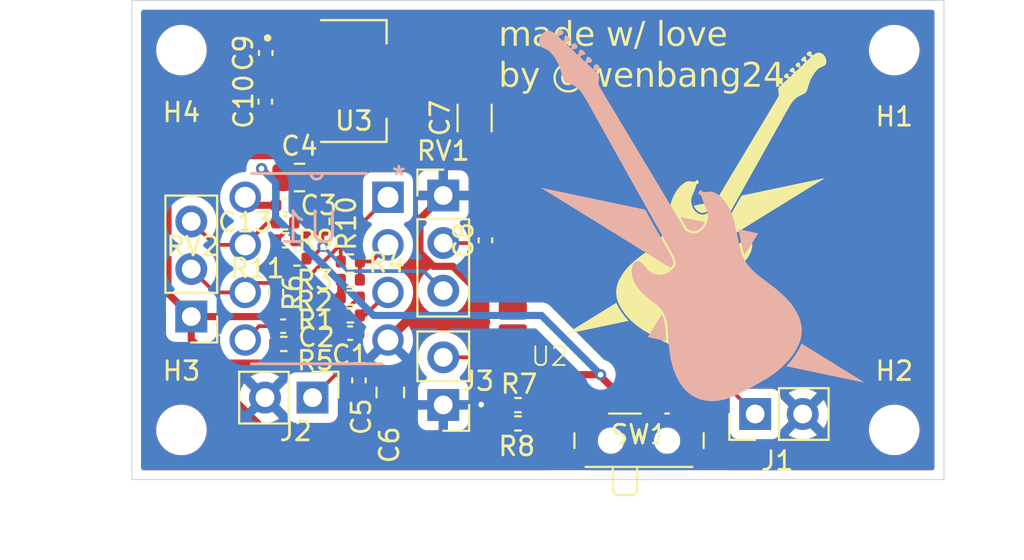
<source format=kicad_pcb>
(kicad_pcb (version 20241229) (generator "pcbnew") (generator_version "9.0")
  (layers (0 "F.Cu" signal) (2 "B.Cu" signal) (13 "F.Paste" user) (15 "B.Paste" user) (5 "F.SilkS" user "F.Silkscreen") (7 "B.SilkS" user "B.Silkscreen") (1 "F.Mask" user) (3 "B.Mask" user) (25 "Edge.Cuts" user))
  (net 0 "")
  (net 1 "GND")
  (net 2 "Net-(C1-Pad2)")
  (net 3 "Net-(J2-Pin_1)")
  (net 4 "Net-(C2-Pad1)")
  (net 5 "+9V")
  (net 6 "GNDPWR")
  (net 7 "+5V")
  (net 8 "Net-(U2-AUDIO_L)")
  (net 9 "Net-(U1B-+)")
  (net 10 "Net-(C13-Pad1)")
  (net 11 "Net-(J1-Pin_1)")
  (net 12 "Net-(U1A-+)")
  (net 13 "Net-(U1A--)")
  (net 15 "Net-(C13-Pad2)")
  (net 16 "Net-(U1B--)")
  (net 17 "Net-(R10-Pad1)")
  (net 19 "Net-(J3-Pin_2)")
  (footprint "Capacitor_SMD:C_0805_2012Metric" (layer "F.Cu") (at 96.275 73.125 90)
    (property "Reference" "C6" (at -2.8 -0.05 90) (layer "F.SilkS"))
    (property "Value" "47u")
    (pad "1" smd roundrect (at -0.95 0 90) (size 1 1.45) (layers "F.Cu" "F.Mask" "F.Paste") (net 1 "GND"))
    (pad "2" smd roundrect (at 0.95 0 90) (size 1 1.45) (layers "F.Cu" "F.Mask" "F.Paste") (net 6 "GNDPWR"))
  )
  (footprint "Resistor_SMD:R_0402_1005Metric" (layer "F.Cu") (at 94.14 67.11 180)
    (property "Reference" "R3" (at 1.89 -0.025 0) (layer "F.SilkS"))
    (property "Value" "4k7")
    (pad "1" smd roundrect (at -0.51 0 180) (size 0.54 0.64) (layers "F.Cu" "F.Mask" "F.Paste") (net 13 "Net-(U1A--)"))
    (pad "2" smd roundrect (at 0.51 0 180) (size 0.54 0.64) (layers "F.Cu" "F.Mask" "F.Paste") (net 1 "GND"))
  )
  (footprint "Resistor_SMD:R_0402_1005Metric" (layer "F.Cu") (at 90.59 70.535)
    (property "Reference" "R5" (at 1.685 0.89 0) (layer "F.SilkS"))
    (property "Value" "220k")
    (pad "1" smd roundrect (at -0.51 0) (size 0.54 0.64) (layers "F.Cu" "F.Mask" "F.Paste") (net 9 "Net-(U1B-+)"))
    (pad "2" smd roundrect (at 0.51 0) (size 0.54 0.64) (layers "F.Cu" "F.Mask" "F.Paste") (net 1 "GND"))
  )
  (footprint "Capacitor_SMD:C_0402_1005Metric" (layer "F.Cu") (at 89.625 55.005 -90)
    (property "Reference" "C9" (at 0 1.2 90) (layer "F.SilkS"))
    (property "Value" "0.22u")
    (pad "1" smd roundrect (at -0.48 0 270) (size 0.56 0.62) (layers "F.Cu" "F.Mask" "F.Paste") (net 5 "+9V"))
    (pad "2" smd roundrect (at 0.48 0 270) (size 0.56 0.62) (layers "F.Cu" "F.Mask" "F.Paste") (net 6 "GNDPWR"))
  )
  (footprint "Capacitor_SMD:C_0805_2012Metric" (layer "F.Cu") (at 91.425 61.65)
    (property "Reference" "C4" (at 0 -1.68 0) (layer "F.SilkS"))
    (property "Value" "47u")
    (pad "1" smd roundrect (at -0.95 0) (size 1 1.45) (layers "F.Cu" "F.Mask" "F.Paste") (net 5 "+9V"))
    (pad "2" smd roundrect (at 0.95 0) (size 1 1.45) (layers "F.Cu" "F.Mask" "F.Paste") (net 1 "GND"))
  )
  (footprint "Connector_PinHeader_2.54mm:PinHeader_1x03_P2.54mm_Vertical" (layer "F.Cu") (at 99.1 62.61)
    (property "Reference" "RV1" (at 0 -2.38 0) (layer "F.SilkS"))
    (property "Value" "100k")
    (pad "1" thru_hole rect (at 0 0) (size 1.7 1.7) (drill 1) (layers "*.Cu" "*.Mask") (net 6 "GNDPWR"))
    (pad "2" thru_hole circle (at 0 2.54) (size 1.7 1.7) (drill 1) (layers "*.Cu" "*.Mask") (net 8 "Net-(U2-AUDIO_L)"))
    (pad "3" thru_hole circle (at 0 5.08) (size 1.7 1.7) (drill 1) (layers "*.Cu" "*.Mask") (net 17 "Net-(R10-Pad1)"))
  )
  (footprint "Connector_PinHeader_2.54mm:PinHeader_1x02_P2.54mm_Vertical" (layer "F.Cu") (at 99.1 73.79 180)
    (property "Reference" "J3" (at -1.85 1.275 0) (layer "F.SilkS"))
    (property "Value" "Conn_01x02")
    (pad "1" thru_hole rect (at 0 0 180) (size 1.7 1.7) (drill 1) (layers "*.Cu" "*.Mask") (net 6 "GNDPWR"))
    (pad "2" thru_hole circle (at 0 2.54 180) (size 1.7 1.7) (drill 1) (layers "*.Cu" "*.Mask") (net 19 "Net-(J3-Pin_2)"))
  )
  (footprint "Capacitor_SMD:C_1206_3216Metric" (layer "F.Cu") (at 100.775 58.475 90)
    (property "Reference" "C7" (at 0 -1.85 90) (layer "F.SilkS"))
    (property "Value" "100u")
    (pad "1" smd roundrect (at -1.475 0 90) (size 1.15 1.8) (layers "F.Cu" "F.Mask" "F.Paste") (roundrect_rratio 0.217391) (net 6 "GNDPWR"))
    (pad "2" smd roundrect (at 1.475 0 90) (size 1.15 1.8) (layers "F.Cu" "F.Mask" "F.Paste") (roundrect_rratio 0.217391) (net 7 "+5V"))
  )
  (footprint "Resistor_SMD:R_0402_1005Metric" (layer "F.Cu") (at 103.09 73.8 180)
    (property "Reference" "R7" (at -0.06 1.125 0) (layer "F.SilkS"))
    (property "Value" "100k")
    (pad "1" smd roundrect (at -0.51 0 180) (size 0.54 0.64) (layers "F.Cu" "F.Mask" "F.Paste") (net 5 "+9V"))
    (pad "2" smd roundrect (at 0.51 0 180) (size 0.54 0.64) (layers "F.Cu" "F.Mask" "F.Paste") (net 1 "GND"))
  )
  (footprint "Capacitor_SMD:C_0402_1005Metric" (layer "F.Cu") (at 101.35 65.005 90)
    (property "Reference" "C8" (at 0 -1.16 90) (layer "F.SilkS"))
    (property "Value" "4u7")
    (pad "1" smd roundrect (at -0.48 0 90) (size 0.56 0.62) (layers "F.Cu" "F.Mask" "F.Paste") (net 8 "Net-(U2-AUDIO_L)"))
    (pad "2" smd roundrect (at 0.48 0 90) (size 0.56 0.62) (layers "F.Cu" "F.Mask" "F.Paste") (net 6 "GNDPWR"))
  )
  (footprint "Resistor_SMD:R_0402_1005Metric" (layer "F.Cu") (at 103.09 74.775)
    (property "Reference" "R8" (at -0.065 1.225 0) (layer "F.SilkS"))
    (property "Value" "100k")
    (pad "1" smd roundrect (at -0.51 0) (size 0.54 0.64) (layers "F.Cu" "F.Mask" "F.Paste") (net 1 "GND"))
    (pad "2" smd roundrect (at 0.51 0) (size 0.54 0.64) (layers "F.Cu" "F.Mask" "F.Paste") (net 6 "GNDPWR"))
  )
  (footprint "Resistor_SMD:R_0402_1005Metric" (layer "F.Cu") (at 92.65 63.99 90)
    (property "Reference" "R10" (at -0.11 1.275 270) (layer "F.SilkS"))
    (property "Value" "4k7")
    (pad "1" smd roundrect (at -0.51 0 90) (size 0.54 0.64) (layers "F.Cu" "F.Mask" "F.Paste") (net 17 "Net-(R10-Pad1)"))
    (pad "2" smd roundrect (at 0.51 0 90) (size 0.54 0.64) (layers "F.Cu" "F.Mask" "F.Paste") (net 6 "GNDPWR"))
  )
  (footprint "Capacitor_SMD:C_0402_1005Metric" (layer "F.Cu") (at 89.6 57.6 90)
    (property "Reference" "C10" (at 0 -1.16 90) (layer "F.SilkS"))
    (property "Value" "100n")
    (pad "1" smd roundrect (at -0.48 0 90) (size 0.56 0.62) (layers "F.Cu" "F.Mask" "F.Paste") (net 7 "+5V"))
    (pad "2" smd roundrect (at 0.48 0 90) (size 0.56 0.62) (layers "F.Cu" "F.Mask" "F.Paste") (net 6 "GNDPWR"))
  )
  (footprint "Resistor_SMD:R_0402_1005Metric" (layer "F.Cu") (at 94.14 66.135)
    (property "Reference" "R4" (at 1.935 0.065 0) (layer "F.SilkS"))
    (property "Value" "10k")
    (pad "1" smd roundrect (at -0.51 0) (size 0.54 0.64) (layers "F.Cu" "F.Mask" "F.Paste") (net 4 "Net-(C2-Pad1)"))
    (pad "2" smd roundrect (at 0.51 0) (size 0.54 0.64) (layers "F.Cu" "F.Mask" "F.Paste") (net 13 "Net-(U1A--)"))
  )
  (footprint "MountingHole:MountingHole_2.2mm_M2" (layer "F.Cu") (at 123.175 75.125)
    (property "Reference" "H2" (at 0 -3.15 0) (layer "F.SilkS"))
    (property "Value" "MountingHole_Pad")
    (pad "" np_thru_hole circle (at 0 0) (size 2.2 2.2) (drill 2.2) (layers "*.Cu" "*.Mask"))
  )
  (footprint "Resistor_SMD:R_0402_1005Metric" (layer "F.Cu") (at 94.14 69.01)
    (property "Reference" "R1" (at -1.84 0.25 0) (layer "F.SilkS"))
    (property "Value" "1k")
    (pad "1" smd roundrect (at -0.51 0) (size 0.54 0.64) (layers "F.Cu" "F.Mask" "F.Paste") (net 2 "Net-(C1-Pad2)"))
    (pad "2" smd roundrect (at 0.51 0) (size 0.54 0.64) (layers "F.Cu" "F.Mask" "F.Paste") (net 12 "Net-(U1A-+)"))
  )
  (footprint "Resistor_SMD:R_0402_1005Metric" (layer "F.Cu") (at 94.14 68.06)
    (property "Reference" "R2" (at -1.915 0.2 0) (layer "F.SilkS"))
    (property "Value" "100k")
    (pad "1" smd roundrect (at -0.51 0) (size 0.54 0.64) (layers "F.Cu" "F.Mask" "F.Paste") (net 1 "GND"))
    (pad "2" smd roundrect (at 0.51 0) (size 0.54 0.64) (layers "F.Cu" "F.Mask" "F.Paste") (net 2 "Net-(C1-Pad2)"))
  )
  (footprint "Button_Switch_SMD:SW_SPDT_PCM12" (layer "F.Cu") (at 109.55 75.37)
    (property "Reference" "SW1" (at 0 0 0) (layer "F.SilkS"))
    (property "Value" "SW_SPDT")
    (pad "" smd rect (at -3.65 -0.78) (size 1 0.8) (layers "F.Cu" "F.Mask" "F.Paste"))
    (pad "" smd rect (at -3.65 1.43) (size 1 0.8) (layers "F.Cu" "F.Mask" "F.Paste"))
    (pad "" np_thru_hole circle (at -1.5 0.33) (size 0.9 0.9) (drill 0.9) (layers "*.Cu" "*.Mask"))
    (pad "" np_thru_hole circle (at 1.5 0.33) (size 0.9 0.9) (drill 0.9) (layers "*.Cu" "*.Mask"))
    (pad "" smd rect (at 3.65 -0.78) (size 1 0.8) (layers "F.Cu" "F.Mask" "F.Paste"))
    (pad "" smd rect (at 3.65 1.43) (size 1 0.8) (layers "F.Cu" "F.Mask" "F.Paste"))
    (pad "1" smd rect (at -2.25 -1.43) (size 0.7 1.5) (layers "F.Cu" "F.Mask" "F.Paste"))
    (pad "2" smd rect (at 0.75 -1.43) (size 0.7 1.5) (layers "F.Cu" "F.Mask" "F.Paste") (net 11 "Net-(J1-Pin_1)"))
    (pad "3" smd rect (at 2.25 -1.43) (size 0.7 1.5) (layers "F.Cu" "F.Mask" "F.Paste") (net 5 "+9V"))
  )
  (footprint "MountingHole:MountingHole_2.2mm_M2" (layer "F.Cu") (at 85.125 75.125)
    (property "Reference" "H3" (at 0 -3.15 0) (layer "F.SilkS"))
    (property "Value" "MountingHole_Pad")
    (pad "" np_thru_hole circle (at 0 0) (size 2.2 2.2) (drill 2.2) (layers "*.Cu" "*.Mask"))
  )
  (footprint "MountingHole:MountingHole_2.2mm_M2" (layer "F.Cu") (at 123.175 54.85)
    (property "Reference" "H1" (at 0 3.55 0) (layer "F.SilkS"))
    (property "Value" "MountingHole_Pad")
    (pad "" np_thru_hole circle (at 0 0) (size 2.2 2.2) (drill 2.2) (layers "*.Cu" "*.Mask"))
  )
  (footprint "Capacitor_SMD:C_0402_1005Metric" (layer "F.Cu") (at 90.67 64.06)
    (property "Reference" "C13" (at -2.145 -0.01 0) (layer "F.SilkS"))
    (property "Value" "1u")
    (pad "1" smd roundrect (at -0.48 0) (size 0.56 0.62) (layers "F.Cu" "F.Mask" "F.Paste") (net 10 "Net-(C13-Pad1)"))
    (pad "2" smd roundrect (at 0.48 0) (size 0.56 0.62) (layers "F.Cu" "F.Mask" "F.Paste") (net 15 "Net-(C13-Pad2)"))
  )
  (footprint "Connector_PinHeader_2.54mm:PinHeader_1x02_P2.54mm_Vertical" (layer "F.Cu") (at 115.75 74.275 90)
    (property "Reference" "J1" (at -2.5 1.175 180) (layer "F.SilkS"))
    (property "Value" "Conn_01x02")
    (pad "1" thru_hole rect (at 0 0 90) (size 1.7 1.7) (drill 1) (layers "*.Cu" "*.Mask") (net 11 "Net-(J1-Pin_1)"))
    (pad "2" thru_hole circle (at 0 2.54 90) (size 1.7 1.7) (drill 1) (layers "*.Cu" "*.Mask") (net 6 "GNDPWR"))
  )
  (footprint "Capacitor_SMD:C_0402_1005Metric" (layer "F.Cu") (at 90.555 69.585 180)
    (property "Reference" "C2" (at -1.77 -0.59 0) (layer "F.SilkS"))
    (property "Value" "4u7")
    (pad "1" smd roundrect (at -0.48 0 180) (size 0.56 0.62) (layers "F.Cu" "F.Mask" "F.Paste") (net 4 "Net-(C2-Pad1)"))
    (pad "2" smd roundrect (at 0.48 0 180) (size 0.56 0.62) (layers "F.Cu" "F.Mask" "F.Paste") (net 9 "Net-(U1B-+)"))
  )
  (footprint "LM7805MP_NOPB:VREG_LM7805MP_NOPB" (layer "F.Cu") (at 94.325 56.5)
    (property "Reference" "U3" (at 0 2.125 0) (layer "F.SilkS"))
    (property "Value" "LM7805_TO220")
    (pad "1" smd rect (at -2.9 -2.3) (size 2.15 0.95) (layers "F.Cu" "F.Mask" "F.Paste") (net 5 "+9V"))
    (pad "2" smd rect (at -2.9 0) (size 2.15 0.95) (layers "F.Cu" "F.Mask" "F.Paste") (net 6 "GNDPWR"))
    (pad "3" smd rect (at -2.9 2.3) (size 2.15 0.95) (layers "F.Cu" "F.Mask" "F.Paste") (net 7 "+5V"))
    (pad "4" smd rect (at 2.9 0) (size 2.15 3.25) (layers "F.Cu" "F.Mask" "F.Paste"))
  )
  (footprint "Resistor_SMD:R_0402_1005Metric" (layer "F.Cu") (at 91.29 65.975)
    (property "Reference" "R11" (at -2.115 0.525 180) (layer "F.SilkS"))
    (property "Value" "10k")
    (pad "1" smd roundrect (at -0.51 0) (size 0.54 0.64) (layers "F.Cu" "F.Mask" "F.Paste") (net 15 "Net-(C13-Pad2)"))
    (pad "2" smd roundrect (at 0.51 0) (size 0.54 0.64) (layers "F.Cu" "F.Mask" "F.Paste") (net 17 "Net-(R10-Pad1)"))
  )
  (footprint "Resistor_SMD:R_0402_1005Metric" (layer "F.Cu") (at 90.175 67.79 90)
    (property "Reference" "R6" (at -0.01 0.9 90) (layer "F.SilkS"))
    (property "Value" "10k")
    (pad "1" smd roundrect (at -0.51 0 90) (size 0.54 0.64) (layers "F.Cu" "F.Mask" "F.Paste") (net 1 "GND"))
    (pad "2" smd roundrect (at 0.51 0 90) (size 0.54 0.64) (layers "F.Cu" "F.Mask" "F.Paste") (net 16 "Net-(U1B--)"))
  )
  (footprint "MountingHole:MountingHole_2.2mm_M2" (layer "F.Cu") (at 85.125 54.85)
    (property "Reference" "H4" (at 0 3.325 0) (layer "F.SilkS"))
    (property "Value" "MountingHole_Pad")
    (pad "" np_thru_hole circle (at 0 0) (size 2.2 2.2) (drill 2.2) (layers "*.Cu" "*.Mask"))
  )
  (footprint "Capacitor_SMD:C_0402_1005Metric" (layer "F.Cu") (at 94.6 72.48 -90)
    (property "Reference" "C5" (at 1.945 -0.125 90) (layer "F.SilkS"))
    (property "Value" "100n")
    (pad "1" smd roundrect (at -0.48 0 270) (size 0.56 0.62) (layers "F.Cu" "F.Mask" "F.Paste") (net 6 "GNDPWR"))
    (pad "2" smd roundrect (at 0.48 0 270) (size 0.56 0.62) (layers "F.Cu" "F.Mask" "F.Paste") (net 1 "GND"))
  )
  (footprint "Capacitor_SMD:C_0402_1005Metric" (layer "F.Cu") (at 94.13 69.96 180)
    (property "Reference" "C1" (at 0 -1.16 0) (layer "F.SilkS"))
    (property "Value" "1u")
    (pad "1" smd roundrect (at -0.48 0 180) (size 0.56 0.62) (layers "F.Cu" "F.Mask" "F.Paste") (net 3 "Net-(J2-Pin_1)"))
    (pad "2" smd roundrect (at 0.48 0 180) (size 0.56 0.62) (layers "F.Cu" "F.Mask" "F.Paste") (net 2 "Net-(C1-Pad2)"))
  )
  (footprint "Resistor_SMD:R_0402_1005Metric" (layer "F.Cu") (at 90.69 65)
    (property "Reference" "R9" (at 1.61 0 180) (layer "F.SilkS"))
    (property "Value" "100k")
    (pad "1" smd roundrect (at -0.51 0) (size 0.54 0.64) (layers "F.Cu" "F.Mask" "F.Paste") (net 15 "Net-(C13-Pad2)"))
    (pad "2" smd roundrect (at 0.51 0) (size 0.54 0.64) (layers "F.Cu" "F.Mask" "F.Paste") (net 6 "GNDPWR"))
  )
  (footprint "VoltFootprints:BT_Transmitter" (layer "F.Cu") (at 102.8125 78.7375)
    (property "Reference" "U2" (at 1.9625 -7.5375 0) (layer "F.SilkS") (effects (font (thickness 0.1))))
    (property "Value" "BT")
    (pad "1" smd roundrect (at 0 -20) (size 1.5 1) (layers "F.Cu" "F.Mask" "F.Paste") (roundrect_rratio 0.15) (net 7 "+5V"))
    (pad "2" smd roundrect (at 0 -18.75) (size 1.5 1) (layers "F.Cu" "F.Mask" "F.Paste") (roundrect_rratio 0.15) (net 6 "GNDPWR"))
    (pad "3" smd roundrect (at 0 -17.5) (size 1.5 1) (layers "F.Cu" "F.Mask" "F.Paste") (roundrect_rratio 0.15))
    (pad "4" smd roundrect (at 0 -16.25) (size 1.5 1) (layers "F.Cu" "F.Mask" "F.Paste") (roundrect_rratio 0.15))
    (pad "5" smd roundrect (at 0 -15) (size 1.5 1) (layers "F.Cu" "F.Mask" "F.Paste") (roundrect_rratio 0.15))
    (pad "6" smd roundrect (at 0 -13.75) (size 1.5 1) (layers "F.Cu" "F.Mask" "F.Paste") (roundrect_rratio 0.15) (net 8 "Net-(U2-AUDIO_L)"))
    (pad "7" smd roundrect (at 0 -12.5) (size 1.5 1) (layers "F.Cu" "F.Mask" "F.Paste") (roundrect_rratio 0.15) (net 8 "Net-(U2-AUDIO_L)"))
    (pad "8" smd roundrect (at 0 -11.25) (size 1.5 1) (layers "F.Cu" "F.Mask" "F.Paste") (roundrect_rratio 0.15) (net 6 "GNDPWR"))
    (pad "9" smd roundrect (at 0 -10) (size 1.5 1) (layers "F.Cu" "F.Mask" "F.Paste") (roundrect_rratio 0.15))
    (pad "10" smd roundrect (at 0 -8.75) (size 1.5 1) (layers "F.Cu" "F.Mask" "F.Paste") (roundrect_rratio 0.15))
    (pad "11" smd roundrect (at 0 -7.5) (size 1.5 1) (layers "F.Cu" "F.Mask" "F.Paste") (roundrect_rratio 0.15) (net 19 "Net-(J3-Pin_2)"))
  )
  (footprint "LOGO" (layer "F.Cu") (at 113.9 63.325 -30)
    (property "Reference" "G***" (hide yes))
    (property "Value" "LOGO" (hide yes))
  )
  (footprint "Connector_PinHeader_2.54mm:PinHeader_1x02_P2.54mm_Vertical" (layer "F.Cu") (at 92.125 73.4 -90)
    (property "Reference" "J2" (at 1.8 0.9 0) (layer "F.SilkS"))
    (property "Value" "Conn_01x02")
    (pad "1" thru_hole rect (at 0 0 270) (size 1.7 1.7) (drill 1) (layers "*.Cu" "*.Mask") (net 3 "Net-(J2-Pin_1)"))
    (pad "2" thru_hole circle (at 0 2.54 270) (size 1.7 1.7) (drill 1) (layers "*.Cu" "*.Mask") (net 6 "GNDPWR"))
  )
  (footprint "Capacitor_SMD:C_0402_1005Metric" (layer "F.Cu") (at 90.655 63.135 180)
    (property "Reference" "C3" (at -1.795 0 0) (layer "F.SilkS"))
    (property "Value" "100n")
    (pad "1" smd roundrect (at -0.48 0 180) (size 0.56 0.62) (layers "F.Cu" "F.Mask" "F.Paste") (net 1 "GND"))
    (pad "2" smd roundrect (at 0.48 0 180) (size 0.56 0.62) (layers "F.Cu" "F.Mask" "F.Paste") (net 5 "+9V"))
  )
  (footprint "Connector_PinHeader_2.54mm:PinHeader_1x03_P2.54mm_Vertical" (layer "F.Cu") (at 85.65 69.075 180)
    (property "Reference" "RV2" (at -0.075 3.75 0) (layer "F.SilkS"))
    (property "Value" "100k")
    (pad "1" thru_hole rect (at 0 0 180) (size 1.7 1.7) (drill 1) (layers "*.Cu" "*.Mask") (net 1 "GND"))
    (pad "2" thru_hole circle (at 0 2.54 180) (size 1.7 1.7) (drill 1) (layers "*.Cu" "*.Mask") (net 16 "Net-(U1B--)"))
    (pad "3" thru_hole circle (at 0 5.08 180) (size 1.7 1.7) (drill 1) (layers "*.Cu" "*.Mask") (net 10 "Net-(C13-Pad1)"))
  )
  (footprint "LOGO" (layer "B.Cu") (at 111.275 64.25 -150)
    (property "Reference" "G***" (hide yes))
    (property "Value" "LOGO" (hide yes))
  )
  (footprint "TL072CN:DIP254P762X533-8" (layer "B.Cu") (at 88.53 70.325 180)
    (property "Reference" "U1" (at -3.41 6.01 0) (layer "B.SilkS") (effects (font (size 1.64 1.64)) (justify mirror)))
    (property "Value" "TL072")
    (fp_text user "*" (at -8.2042 8.7376 0) (layer "B.SilkS") (effects (justify mirror)))
    (pad "1" thru_hole rect (at -7.62 7.62 180) (size 1.6764 1.6764) (drill 1.1176) (layers "*.Cu" "*.Mask") (net 4 "Net-(C2-Pad1)"))
    (pad "2" thru_hole circle (at -7.62 5.08 180) (size 1.6764 1.6764) (drill 1.1176) (layers "*.Cu" "*.Mask") (net 13 "Net-(U1A--)"))
    (pad "3" thru_hole circle (at -7.62 2.54 180) (size 1.6764 1.6764) (drill 1.1176) (layers "*.Cu" "*.Mask") (net 12 "Net-(U1A-+)"))
    (pad "4" thru_hole circle (at -7.62 0 180) (size 1.6764 1.6764) (drill 1.1176) (layers "*.Cu" "*.Mask") (net 6 "GNDPWR"))
    (pad "5" thru_hole circle (at 0 0 180) (size 1.6764 1.6764) (drill 1.1176) (layers "*.Cu" "*.Mask") (net 9 "Net-(U1B-+)"))
    (pad "6" thru_hole circle (at 0 2.54 180) (size 1.6764 1.6764) (drill 1.1176) (layers "*.Cu" "*.Mask") (net 16 "Net-(U1B--)"))
    (pad "7" thru_hole circle (at 0 5.08 180) (size 1.6764 1.6764) (drill 1.1176) (layers "*.Cu" "*.Mask") (net 10 "Net-(C13-Pad1)"))
    (pad "8" thru_hole circle (at 0 7.62 180) (size 1.6764 1.6764) (drill 1.1176) (layers "*.Cu" "*.Mask") (net 5 "+9V"))
  )
  (gr_rect (start 82.475 52.2) (end 125.825 77.775) (stroke (width 0.05)) (fill no) (layer "Edge.Cuts"))
  (gr_text "made w/ love\nby @wenbang24" (at 102.05 57.025 0) (layer "F.SilkS") (effects (font (size 1.3 1.3) (thickness 0.1)) (justify left bottom)))
  (segment (start 85.65 70.305) (end 86.8992 71.5542) (width 0.38) (layer "F.Cu") (net 1))
  (segment (start 84.409 61.516) (end 85.441 60.484) (width 0.38) (layer "F.Cu") (net 1))
  (segment (start 84.409 67.834) (end 84.409 61.516) (width 0.38) (layer "F.Cu") (net 1))
  (segment (start 93.63 68.06) (end 93.63 67.11) (width 0.38) (layer "F.Cu") (net 1))
  (segment (start 86.8992 71.5542) (end 90.400799 71.5542) (width 0.38) (layer "F.Cu") (net 1))
  (segment (start 89.4 69.075) (end 85.65 69.075) (width 0.38) (layer "F.Cu") (net 1))
  (segment (start 91.135 62.89) (end 92.375 61.65) (width 0.38) (layer "F.Cu") (net 1))
  (segment (start 91.1 70.854999) (end 91.1 70.535) (width 0.38) (layer "F.Cu") (net 1))
  (segment (start 91.209 60.484) (end 92.375 61.65) (width 0.38) (layer "F.Cu") (net 1))
  (segment (start 96.275 74.075) (end 98.5 76.3) (width 0.38) (layer "F.Cu") (net 1))
  (segment (start 86.8992 71.5542) (end 86.8992 72.46924) (width 0.38) (layer "F.Cu") (net 1))
  (segment (start 90.175 68.3) (end 89.4 69.075) (width 0.38) (layer "F.Cu") (net 1))
  (segment (start 94.6 72.96) (end 95.16 72.96) (width 0.38) (layer "F.Cu") (net 1))
  (segment (start 98.5 76.3) (end 99.525 76.3) (width 0.38) (layer "F.Cu") (net 1))
  (segment (start 86.8992 72.46924) (end 90.72996 76.3) (width 0.38) (layer "F.Cu") (net 1))
  (segment (start 90.72996 76.3) (end 99.525 76.3) (width 0.38) (layer "F.Cu") (net 1))
  (segment (start 93.63 68.06) (end 93.25 68.06) (width 0.38) (layer "F.Cu") (net 1))
  (segment (start 99.525 76.3) (end 101.055 76.3) (width 0.38) (layer "F.Cu") (net 1))
  (segment (start 90.400799 71.5542) (end 91.1 70.854999) (width 0.38) (layer "F.Cu") (net 1))
  (segment (start 95.16 72.96) (end 96.275 74.075) (width 0.38) (layer "F.Cu") (net 1))
  (segment (start 85.441 60.484) (end 91.209 60.484) (width 0.38) (layer "F.Cu") (net 1))
  (segment (start 85.65 69.075) (end 85.65 70.305) (width 0.38) (layer "F.Cu") (net 1))
  (segment (start 91.706 69.604) (end 91.706 69.978828) (width 0.38) (layer "F.Cu") (net 1))
  (segment (start 91.135 63.135) (end 91.135 62.89) (width 0.38) (layer "F.Cu") (net 1))
  (segment (start 101.055 76.3) (end 102.58 74.775) (width 0.38) (layer "F.Cu") (net 1))
  (segment (start 91.149828 70.535) (end 91.1 70.535) (width 0.38) (layer "F.Cu") (net 1))
  (segment (start 93.25 68.06) (end 91.706 69.604) (width 0.38) (layer "F.Cu") (net 1))
  (segment (start 85.65 69.075) (end 84.409 67.834) (width 0.38) (layer "F.Cu") (net 1))
  (segment (start 102.58 74.775) (end 102.58 73.8) (width 0.38) (layer "F.Cu") (net 1))
  (segment (start 91.706 69.978828) (end 91.149828 70.535) (width 0.38) (layer "F.Cu") (net 1))
  (segment (start 94.65 68.06) (end 94.58 68.06) (width 0.2) (layer "F.Cu") (net 2))
  (segment (start 93.63 69.01) (end 93.63 69.94) (width 0.2) (layer "F.Cu") (net 2))
  (segment (start 93.63 69.94) (end 93.65 69.96) (width 0.2) (layer "F.Cu") (net 2))
  (segment (start 94.58 68.06) (end 93.63 69.01) (width 0.2) (layer "F.Cu") (net 2))
  (segment (start 94.61 70.915) (end 94.61 69.96) (width 0.2) (layer "F.Cu") (net 3))
  (segment (start 92.125 73.4) (end 94.61 70.915) (width 0.2) (layer "F.Cu") (net 3))
  (segment (start 93.63 65.225) (end 96.15 62.705) (width 0.2) (layer "F.Cu") (net 4))
  (segment (start 93.63 66.135) (end 93.63 65.225) (width 0.2) (layer "F.Cu") (net 4))
  (segment (start 91.035 67.82) (end 93.63 65.225) (width 0.2) (layer "F.Cu") (net 4))
  (segment (start 91.035 69.585) (end 91.035 67.82) (width 0.2) (layer "F.Cu") (net 4))
  (segment (start 90.475 61.65) (end 89.875 61.65) (width 0.38) (layer "F.Cu") (net 5))
  (segment (start 90.175 63.135) (end 88.96 63.135) (width 0.38) (layer "F.Cu") (net 5))
  (segment (start 107.5 72.258) (end 108.2835 73.0415) (width 0.38) (layer "F.Cu") (net 5))
  (segment (start 89.625 54.525) (end 91.1 54.525) (width 0.38) (layer "F.Cu") (net 5))
  (segment (start 109.255032 75.644968) (end 109.255032 74.013032) (width 0.38) (layer "F.Cu") (net 5))
  (segment (start 90.175 61.95) (end 90.475 61.65) (width 0.38) (layer "F.Cu") (net 5))
  (segment (start 89.875 61.65) (end 89.4 61.175) (width 0.38) (layer "F.Cu") (net 5))
  (segment (start 111.941 76.069064) (end 111.419064 76.591) (width 0.38) (layer "F.Cu") (net 5))
  (segment (start 107.5 72.175) (end 107.5 72.258) (width 0.38) (layer "F.Cu") (net 5))
  (segment (start 88.96 63.135) (end 88.53 62.705) (width 0.38) (layer "F.Cu") (net 5))
  (segment (start 107.5 72.175) (end 104.3 72.175) (width 0.38) (layer "F.Cu") (net 5))
  (segment (start 111.8 73.94) (end 111.941 74.081) (width 0.38) (layer "F.Cu") (net 5))
  (segment (start 111.941 74.081) (end 111.941 76.069064) (width 0.38) (layer "F.Cu") (net 5))
  (segment (start 100.407 54.2) (end 109.255032 63.048032) (width 0.38) (layer "F.Cu") (net 5))
  (segment (start 91.425 54.2) (end 100.407 54.2) (width 0.38) (layer "F.Cu") (net 5))
  (segment (start 109.255032 74.013032) (end 108.2835 73.0415) (width 0.38) (layer "F.Cu") (net 5))
  (segment (start 90.175 63.135) (end 90.175 61.95) (width 0.38) (layer "F.Cu") (net 5))
  (segment (start 103.6 73.8) (end 103.6 72.875) (width 0.38) (layer "F.Cu") (net 5))
  (segment (start 91.1 54.525) (end 91.425 54.2) (width 0.38) (layer "F.Cu") (net 5))
  (segment (start 111.419064 76.591) (end 110.201064 76.591) (width 0.38) (layer "F.Cu") (net 5))
  (segment (start 103.6 72.875) (end 104.3 72.175) (width 0.38) (layer "F.Cu") (net 5))
  (segment (start 109.255032 74.013032) (end 109.255032 63.048032) (width 0.38) (layer "F.Cu") (net 5))
  (segment (start 110.201064 76.591) (end 109.255032 75.644968) (width 0.38) (layer "F.Cu") (net 5))
  (via (at 89.4 61.175) (size 0.6) (drill 0.3) (layers "F.Cu" "B.Cu") (net 5))
  (via (at 107.5 72.175) (size 0.6) (drill 0.3) (layers "F.Cu" "B.Cu") (net 5))
  (segment (start 90.15 61.925) (end 89.4 61.175) (width 0.38) (layer "B.Cu") (net 5))
  (segment (start 104.3392 69.0142) (end 107.5 72.175) (width 0.38) (layer "B.Cu") (net 5))
  (segment (start 90.15 63.777222) (end 95.386978 69.0142) (width 0.38) (layer "B.Cu") (net 5))
  (segment (start 95.386978 69.0142) (end 104.3392 69.0142) (width 0.38) (layer "B.Cu") (net 5))
  (segment (start 90.15 63.777222) (end 90.15 61.925) (width 0.38) (layer "B.Cu") (net 5))
  (segment (start 91.939 64.530999) (end 91.939 63.871001) (width 0.38) (layer "F.Cu") (net 6))
  (segment (start 100.71054 67.4875) (end 99.61404 66.391) (width 0.38) (layer "F.Cu") (net 6))
  (segment (start 94.6 72) (end 94.6 71.875) (width 0.38) (layer "F.Cu") (net 6))
  (segment (start 97.859 63.851) (end 99.1 62.61) (width 0.38) (layer "F.Cu") (net 6))
  (segment (start 90.64 56.5) (end 89.625 55.485) (width 0.38) (layer "F.Cu") (net 6))
  (segment (start 100.775 60.2) (end 101.35 60.775) (width 0.38) (layer "F.Cu") (net 6))
  (segment (start 91.425 56.5) (end 90.22 56.5) (width 0.38) (layer "F.Cu") (net 6))
  (segment (start 94.6 72) (end 96.1 72) (width 0.38) (layer "F.Cu") (net 6))
  (segment (start 97.859 65.66404) (end 97.859 63.851) (width 0.38) (layer "F.Cu") (net 6))
  (segment (start 100.775 59.95) (end 102.775 59.95) (width 0.38) (layer "F.Cu") (net 6))
  (segment (start 96.1 72) (end 96.275 72.175) (width 0.38) (layer "F.Cu") (net 6))
  (segment (start 94.6 71.875) (end 96.15 70.325) (width 0.38) (layer "F.Cu") (net 6))
  (segment (start 91.469999 65) (end 91.939 64.530999) (width 0.38) (layer "F.Cu") (net 6))
  (segment (start 98.58596 66.391) (end 97.859 65.66404) (width 0.38) (layer "F.Cu") (net 6))
  (segment (start 102.775 59.95) (end 102.8125 59.9875) (width 0.38) (layer "F.Cu") (net 6))
  (segment (start 91.939 63.871001) (end 92.330001 63.48) (width 0.38) (layer "F.Cu") (net 6))
  (segment (start 91.425 56.5) (end 90.64 56.5) (width 0.38) (layer "F.Cu") (net 6))
  (segment (start 102.8125 67.4875) (end 100.71054 67.4875) (width 0.38) (layer "F.Cu") (net 6))
  (segment (start 100.775 59.95) (end 100.775 60.2) (width 0.38) (layer "F.Cu") (net 6))
  (segment (start 91.2 65) (end 91.469999 65) (width 0.38) (layer "F.Cu") (net 6))
  (segment (start 101.35 60.775) (end 101.35 64.525) (width 0.38) (layer "F.Cu") (net 6))
  (segment (start 92.330001 63.48) (end 92.65 63.48) (width 0.38) (layer "F.Cu") (net 6))
  (segment (start 90.22 56.5) (end 89.6 57.12) (width 0.38) (layer "F.Cu") (net 6))
  (segment (start 99.61404 66.391) (end 98.58596 66.391) (width 0.38) (layer "F.Cu") (net 6))
  (via (at 101.125 73.775) (size 0.6) (drill 0.3) (layers "F.Cu" "B.Cu") (net 6))
  (segment (start 99.115 73.775) (end 99.1 73.79) (width 0.38) (layer "B.Cu") (net 6))
  (segment (start 101.125 73.775) (end 99.115 73.775) (width 0.38) (layer "B.Cu") (net 6))
  (segment (start 98.975 58.8) (end 100.775 57) (width 0.38) (layer "F.Cu") (net 7))
  (segment (start 101.075 57) (end 102.8125 58.7375) (width 0.38) (layer "F.Cu") (net 7))
  (segment (start 91.425 58.8) (end 98.975 58.8) (width 0.38) (layer "F.Cu") (net 7))
  (segment (start 89.6 58.08) (end 89.48 58.08) (width 0.38) (layer "F.Cu") (net 7))
  (segment (start 90.32 58.8) (end 89.6 58.08) (width 0.38) (layer "F.Cu") (net 7))
  (segment (start 91.425 58.8) (end 90.32 58.8) (width 0.38) (layer "F.Cu") (net 7))
  (segment (start 100.775 57) (end 101.075 57) (width 0.38) (layer "F.Cu") (net 7))
  (segment (start 102.06 65.485) (end 102.8125 66.2375) (width 0.2) (layer "F.Cu") (net 8))
  (segment (start 102.8125 64.9875) (end 102.8125 66.2375) (width 0.2) (layer "F.Cu") (net 8))
  (segment (start 102.315 65.485) (end 102.8125 64.9875) (width 0.2) (layer "F.Cu") (net 8))
  (segment (start 101.35 65.485) (end 102.06 65.485) (width 0.2) (layer "F.Cu") (net 8))
  (segment (start 99.1 65.15) (end 101.015 65.15) (width 0.2) (layer "F.Cu") (net 8))
  (segment (start 101.35 65.485) (end 102.315 65.485) (width 0.2) (layer "F.Cu") (net 8))
  (segment (start 101.015 65.15) (end 101.35 65.485) (width 0.2) (layer "F.Cu") (net 8))
  (segment (start 90.08 70.535) (end 90.08 69.59) (width 0.2) (layer "F.Cu") (net 9))
  (segment (start 90.08 69.59) (end 90.075 69.585) (width 0.2) (layer "F.Cu") (net 9))
  (segment (start 90.075 69.585) (end 89.27 69.585) (width 0.2) (layer "F.Cu") (net 9))
  (segment (start 89.27 69.585) (end 88.53 70.325) (width 0.2) (layer "F.Cu") (net 9))
  (segment (start 88.53 65.245) (end 89.715 64.06) (width 0.2) (layer "F.Cu") (net 10))
  (segment (start 85.65 63.995) (end 86.9 65.245) (width 0.2) (layer "F.Cu") (net 10))
  (segment (start 89.715 64.06) (end 90.19 64.06) (width 0.2) (layer "F.Cu") (net 10))
  (segment (start 86.9 65.245) (end 88.53 65.245) (width 0.2) (layer "F.Cu") (net 10))
  (segment (start 111.149 72.889) (end 114.364 72.889) (width 0.2) (layer "F.Cu") (net 11))
  (segment (start 110.3 73.738) (end 111.149 72.889) (width 0.2) (layer "F.Cu") (net 11))
  (segment (start 110.3 73.94) (end 110.3 73.738) (width 0.2) (layer "F.Cu") (net 11))
  (segment (start 114.364 72.889) (end 115.75 74.275) (width 0.2) (layer "F.Cu") (net 11))
  (segment (start 94.925 69.01) (end 96.15 67.785) (width 0.2) (layer "F.Cu") (net 12))
  (segment (start 94.65 69.01) (end 94.925 69.01) (width 0.2) (layer "F.Cu") (net 12))
  (segment (start 94.65 67.11) (end 94.65 66.135) (width 0.2) (layer "F.Cu") (net 13))
  (segment (start 95.26 66.135) (end 96.15 65.245) (width 0.2) (layer "F.Cu") (net 13))
  (segment (start 94.65 66.135) (end 95.26 66.135) (width 0.2) (layer "F.Cu") (net 13))
  (segment (start 90.18 65.375) (end 90.78 65.975) (width 0.2) (layer "F.Cu") (net 15))
  (segment (start 90.21 65) (end 91.15 64.06) (width 0.2) (layer "F.Cu") (net 15))
  (segment (start 90.18 65) (end 90.18 65.375) (width 0.2) (layer "F.Cu") (net 15))
  (segment (start 90.18 65) (end 90.21 65) (width 0.2) (layer "F.Cu") (net 15))
  (segment (start 86.9 67.785) (end 88.53 67.785) (width 0.2) (layer "F.Cu") (net 16))
  (segment (start 90.175 67.28) (end 89.035 67.28) (width 0.2) (layer "F.Cu") (net 16))
  (segment (start 85.65 66.535) (end 86.9 67.785) (width 0.2) (layer "F.Cu") (net 16))
  (segment (start 89.035 67.28) (end 88.53 67.785) (width 0.2) (layer "F.Cu") (net 16))
  (segment (start 91.8 65.975) (end 92.03147 65.975) (width 0.2) (layer "F.Cu") (net 17))
  (segment (start 92.03147 65.975) (end 92.678235 65.328235) (width 0.2) (layer "F.Cu") (net 17))
  (segment (start 92.65 65.3) (end 92.678235 65.328235) (width 0.2) (layer "F.Cu") (net 17))
  (segment (start 92.65 64.5) (end 92.65 65.3) (width 0.2) (layer "F.Cu") (net 17))
  (via (at 92.678235 65.328235) (size 0.6) (drill 0.3) (layers "F.Cu" "B.Cu") (net 17))
  (segment (start 93.9958 66.6458) (end 98.0558 66.6458) (width 0.2) (layer "B.Cu") (net 17))
  (segment (start 92.678235 65.328235) (end 93.9958 66.6458) (width 0.2) (layer "B.Cu") (net 17))
  (segment (start 98.0558 66.6458) (end 99.1 67.69) (width 0.2) (layer "B.Cu") (net 17))
  (segment (start 99.1 71.25) (end 102.8 71.25) (width 0.2) (layer "F.Cu") (net 19))
  (segment (start 102.8 71.25) (end 102.8125 71.2375) (width 0.2) (layer "F.Cu") (net 19))
  (zone (net 6) (net_name "GNDPWR") (layers "F.Cu" "B.Cu") (connect_pads (clearance 0.5)) (min_thickness 0.25) (fill yes (thermal_gap 0.5) (thermal_bridge_width 0.5))
    (polygon (pts (xy 125.825 52.2) (xy 125.825 77.775) (xy 82.475 77.775) (xy 82.475 52.2)))
  )
)
</source>
